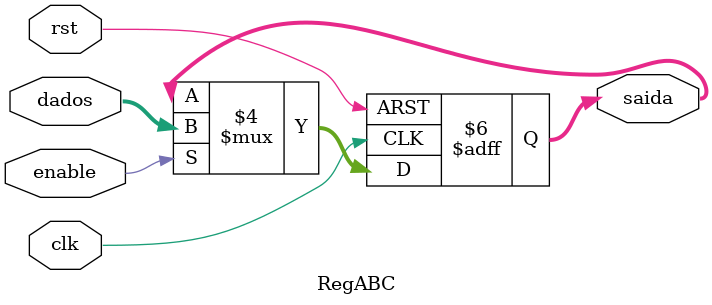
<source format=v>
module RegABC (enable, clk, saida, dados, rst);

	input enable, clk, rst;
	input[3:0] dados;
	output reg[3:0] saida;
	
	
	always @(posedge clk, negedge rst)begin
		if(rst==0)
			saida <= 4'd0;
		else begin
			if(enable)
				saida[3:0] <= dados[3:0];
			else
				saida<=saida;
		end
	end

endmodule

</source>
